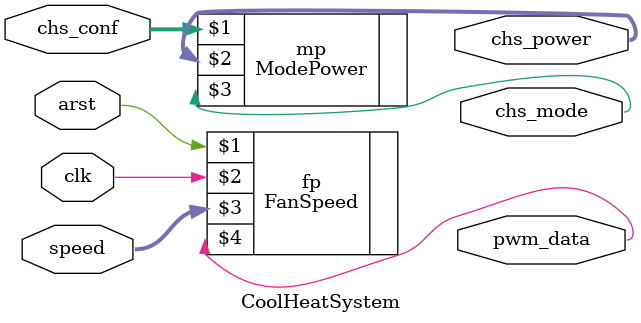
<source format=v>
/*--  *******************************************************
--  Computer Architecture Course, Laboratory Sources 
--  Amirkabir University of Technology (Tehran Polytechnic)
--  Department of Computer Engineering (CE-AUT)
--  https://ce[dot]aut[dot]ac[dot]ir
--  *******************************************************
--  All Rights reserved (C) 2019-2020
--  *******************************************************
--  Student ID  : 
--  Student Name: 
--  Student Mail: 
--  *******************************************************
--  Additional Comments:
--
--*/

/*-----------------------------------------------------------
---  Module Name: Cool Heat System
---  Description: Module3:
-----------------------------------------------------------*/
`timescale 1 ns/1 ns

module CoolHeatSystem (
	input        arst      , // reset [asynch]  
	input        clk       , // clock [posedge] 
	
	input  [7:0] speed     , // speed [duty-cycle]  
	
	input  [7:0] chs_conf  , // degree [temprature] 
	
	output [3:0] chs_power , // power  [cooler/heater] 
	output       chs_mode  , // model  [heat=1/cool=0]

	output       pwm_data    // data  [output]
);

	FanSpeed fp(arst, clk, speed, pwm_data);
	ModePower mp(chs_conf, chs_power, chs_mode);

endmodule 
</source>
